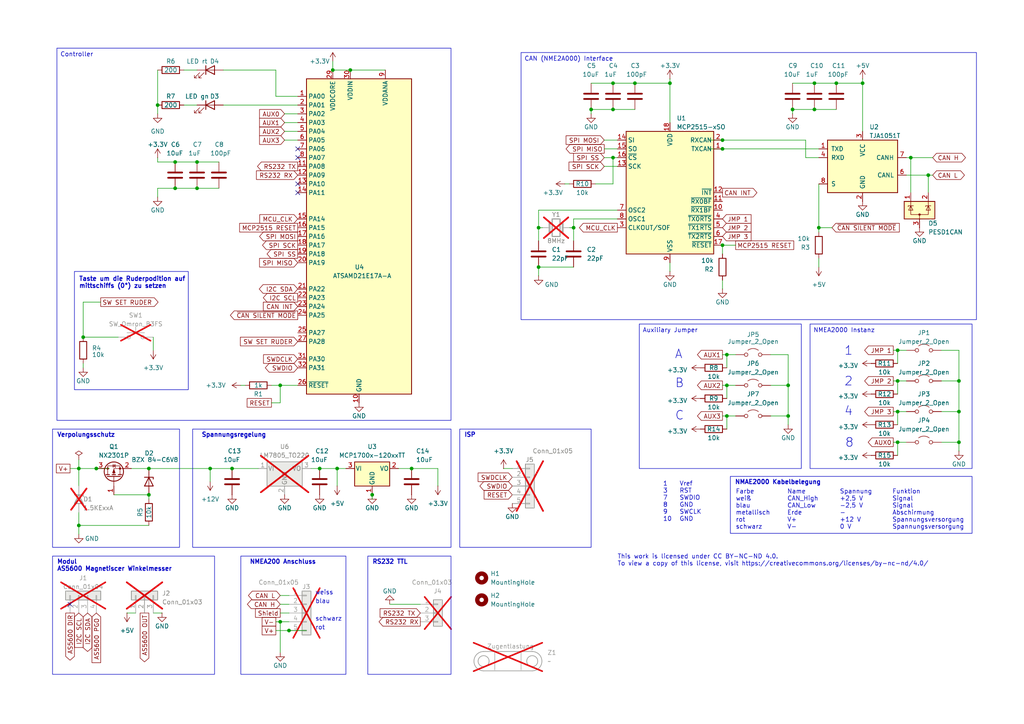
<source format=kicad_sch>
(kicad_sch (version 20250114) (generator "eeschema") (generator_version "9.0")
  (paper "A4")
  (title_block (title "NMEA200 Ruderlagengeber") (date "2024-12-26") (company "DIY Marine Mechatronik"))
  (lib_symbols
    (symbol "Connector_Generic:Conn_01x03" (pin_names (offset 1.016) (hide yes))
      (property "Reference" "J" (at 0 5.08 0))
      (property "Value" "Conn_01x03" (at 0 -5.08 0))
      (symbol "Conn_01x03_1_1"
        (pin passive line (at -5.08 2.54 0) (length 3.81) (name "Pin_1") (number "1"))
        (pin passive line (at -5.08 0 0) (length 3.81) (name "Pin_2") (number "2"))
        (pin passive line (at -5.08 -2.54 0) (length 3.81) (name "Pin_3") (number "3"))
      )
    )
    (symbol "Connector_Generic:Conn_01x04" (pin_names (offset 1.016) (hide yes))
      (property "Reference" "J" (at 0 5.08 0))
      (property "Value" "Conn_01x04" (at 0 -7.62 0))
      (symbol "Conn_01x04_1_1"
        (pin passive line (at -5.08 2.54 0) (length 3.81) (name "Pin_1") (number "1"))
        (pin passive line (at -5.08 0 0) (length 3.81) (name "Pin_2") (number "2"))
        (pin passive line (at -5.08 -2.54 0) (length 3.81) (name "Pin_3") (number "3"))
        (pin passive line (at -5.08 -5.08 0) (length 3.81) (name "Pin_4") (number "4"))
      )
    )
    (symbol "Connector_Generic:Conn_01x05" (pin_names (offset 1.016) (hide yes))
      (property "Reference" "J" (at 0 7.62 0))
      (property "Value" "Conn_01x05" (at 0 -7.62 0))
      (symbol "Conn_01x05_1_1"
        (pin passive line (at -5.08 5.08 0) (length 3.81) (name "Pin_1") (number "1"))
        (pin passive line (at -5.08 2.54 0) (length 3.81) (name "Pin_2") (number "2"))
        (pin passive line (at -5.08 0 0) (length 3.81) (name "Pin_3") (number "3"))
        (pin passive line (at -5.08 -2.54 0) (length 3.81) (name "Pin_4") (number "4"))
        (pin passive line (at -5.08 -5.08 0) (length 3.81) (name "Pin_5") (number "5"))
      )
    )
    (symbol "Device:C" (pin_numbers (hide yes)) (pin_names (offset 0.254))
      (property "Reference" "C" (at 0.635 2.54 0))
      (property "Value" "C" (at 0.635 -2.54 0))
      (symbol "C_1_1"
        (pin passive line (at 0 3.81 270) (length 2.794) (name "~") (number "1"))
        (pin passive line (at 0 -3.81 90) (length 2.794) (name "~") (number "2"))
      )
    )
    (symbol "Device:Crystal" (pin_numbers (hide yes)) (pin_names (offset 1.016) (hide yes))
      (property "Reference" "Y" (at 0 3.81 0))
      (property "Value" "Crystal" (at 0 -3.81 0))
      (symbol "Crystal_1_1"
        (pin passive line (at -3.81 0 0) (length 1.27) (name "1") (number "1"))
        (pin passive line (at 3.81 0 180) (length 1.27) (name "2") (number "2"))
      )
    )
    (symbol "Device:LED" (pin_numbers (hide yes)) (pin_names (offset 1.016) (hide yes))
      (property "Reference" "D" (at 0 2.54 0))
      (property "Value" "LED" (at 0 -2.54 0))
      (symbol "LED_1_1"
        (pin passive line (at -3.81 0 0) (length 2.54) (name "K") (number "1"))
        (pin passive line (at 3.81 0 180) (length 2.54) (name "A") (number "2"))
      )
    )
    (symbol "Device:R" (pin_numbers (hide yes)) (pin_names (offset 0))
      (property "Reference" "R" (at 2.032 0 90))
      (property "Value" "R" (at 0 0 90))
      (symbol "R_1_1"
        (pin passive line (at 0 3.81 270) (length 1.27) (name "~") (number "1"))
        (pin passive line (at 0 -3.81 90) (length 1.27) (name "~") (number "2"))
      )
    )
    (symbol "Diode:1.5KExxA" (pin_numbers (hide yes)) (pin_names (offset 1.016) (hide yes))
      (property "Reference" "D" (at 0 2.54 0))
      (property "Value" "1.5KExxA" (at 0 -2.54 0))
      (symbol "1.5KExxA_1_1"
        (pin passive line (at -3.81 0 0) (length 2.54) (name "A1") (number "1"))
        (pin passive line (at 3.81 0 180) (length 2.54) (name "A2") (number "2"))
      )
    )
    (symbol "Diode:BZX84Cxx" (pin_numbers (hide yes)) (pin_names (hide yes))
      (property "Reference" "D" (at 0 3.81 0))
      (property "Value" "BZX84Cxx" (at 0 -3.81 0))
      (symbol "BZX84Cxx_1_1"
        (pin passive line (at -3.81 0 0) (length 2.54) (name "K") (number "3"))
        (pin no_connect line (at 1.27 0 180) (length 2.54) (hide yes) (name "NC") (number "2"))
        (pin passive line (at 3.81 0 180) (length 2.54) (name "A") (number "1"))
      )
    )
    (symbol "Interface_CAN_LIN:MCP2515-xSO"
      (property "Reference" "U" (at -10.16 19.685 0))
      (property "Value" "MCP2515-xSO" (at 19.05 20.32 0))
      (symbol "MCP2515-xSO_1_1"
        (pin input line (at -15.24 15.24 0) (length 2.54) (name "SI") (number "14"))
        (pin output line (at -15.24 12.7 0) (length 2.54) (name "SO") (number "15"))
        (pin input line (at -15.24 10.16 0) (length 2.54) (name "~{CS}") (number "16"))
        (pin input line (at -15.24 7.62 0) (length 2.54) (name "SCK") (number "13"))
        (pin output line (at -15.24 -5.08 0) (length 2.54) (name "OSC2") (number "7"))
        (pin input line (at -15.24 -7.62 0) (length 2.54) (name "OSC1") (number "8"))
        (pin output line (at -15.24 -10.16 0) (length 2.54) (name "CLKOUT/SOF") (number "3"))
        (pin power_in line (at 0 20.32 270) (length 2.54) (name "VDD") (number "18"))
        (pin power_in line (at 0 -20.32 90) (length 2.54) (name "VSS") (number "9"))
        (pin input line (at 15.24 15.24 180) (length 2.54) (name "RXCAN") (number "2"))
        (pin output line (at 15.24 12.7 180) (length 2.54) (name "TXCAN") (number "1"))
        (pin output line (at 15.24 0 180) (length 2.54) (name "~{INT}") (number "12"))
        (pin output line (at 15.24 -2.54 180) (length 2.54) (name "~{RX0BF}") (number "11"))
        (pin output line (at 15.24 -5.08 180) (length 2.54) (name "~{RX1BF}") (number "10"))
        (pin input line (at 15.24 -7.62 180) (length 2.54) (name "~{TX0RTS}") (number "4"))
        (pin input line (at 15.24 -10.16 180) (length 2.54) (name "~{TX1RTS}") (number "5"))
        (pin input line (at 15.24 -12.7 180) (length 2.54) (name "~{TX2RTS}") (number "6"))
        (pin input line (at 15.24 -15.24 180) (length 2.54) (name "~{RESET}") (number "17"))
      )
    )
    (symbol "Interface_CAN_LIN:TJA1051T" (pin_names (offset 1.016))
      (property "Reference" "U" (at -10.16 8.89 0))
      (property "Value" "TJA1051T" (at 1.27 8.89 0))
      (symbol "TJA1051T_1_1"
        (pin input line (at -12.7 5.08 0) (length 2.54) (name "TXD") (number "1"))
        (pin output line (at -12.7 2.54 0) (length 2.54) (name "RXD") (number "4"))
        (pin input line (at -12.7 -5.08 0) (length 2.54) (name "S") (number "8"))
        (pin no_connect line (at -10.16 -2.54 0) (length 2.54) (hide yes) (name "NC") (number "5"))
        (pin power_in line (at 0 10.16 270) (length 2.54) (name "VCC") (number "3"))
        (pin power_in line (at 0 -10.16 90) (length 2.54) (name "GND") (number "2"))
        (pin bidirectional line (at 12.7 2.54 180) (length 2.54) (name "CANH") (number "7"))
        (pin bidirectional line (at 12.7 -2.54 180) (length 2.54) (name "CANL") (number "6"))
      )
    )
    (symbol "Jumper:Jumper_2_Open" (pin_numbers (hide yes)) (pin_names (offset 0) (hide yes))
      (property "Reference" "JP" (at 0 2.794 0))
      (property "Value" "Jumper_2_Open" (at 0 -2.286 0))
      (symbol "Jumper_2_Open_1_1"
        (pin passive line (at -5.08 0 0) (length 2.54) (name "A") (number "1"))
        (pin passive line (at 5.08 0 180) (length 2.54) (name "B") (number "2"))
      )
    )
    (symbol "MCU_Microchip_SAMD:ATSAMD21E17A-A"
      (property "Reference" "U" (at -13.97 46.99 0))
      (property "Value" "ATSAMD21E17A-A" (at 16.51 46.99 0))
      (symbol "ATSAMD21E17A-A_1_1"
        (pin bidirectional line (at -17.78 40.64 0) (length 2.54) (name "PA00") (number "1"))
        (pin bidirectional line (at -17.78 38.1 0) (length 2.54) (name "PA01") (number "2"))
        (pin bidirectional line (at -17.78 35.56 0) (length 2.54) (name "PA02") (number "3"))
        (pin bidirectional line (at -17.78 33.02 0) (length 2.54) (name "PA03") (number "4"))
        (pin bidirectional line (at -17.78 30.48 0) (length 2.54) (name "PA04") (number "5"))
        (pin bidirectional line (at -17.78 27.94 0) (length 2.54) (name "PA05") (number "6"))
        (pin bidirectional line (at -17.78 25.4 0) (length 2.54) (name "PA06") (number "7"))
        (pin bidirectional line (at -17.78 22.86 0) (length 2.54) (name "PA07") (number "8"))
        (pin bidirectional line (at -17.78 20.32 0) (length 2.54) (name "PA08") (number "11"))
        (pin bidirectional line (at -17.78 17.78 0) (length 2.54) (name "PA09") (number "12"))
        (pin bidirectional line (at -17.78 15.24 0) (length 2.54) (name "PA10") (number "13"))
        (pin bidirectional line (at -17.78 12.7 0) (length 2.54) (name "PA11") (number "14"))
        (pin bidirectional line (at -17.78 5.08 0) (length 2.54) (name "PA14") (number "15"))
        (pin bidirectional line (at -17.78 2.54 0) (length 2.54) (name "PA15") (number "16"))
        (pin bidirectional line (at -17.78 0 0) (length 2.54) (name "PA16") (number "17"))
        (pin bidirectional line (at -17.78 -2.54 0) (length 2.54) (name "PA17") (number "18"))
        (pin bidirectional line (at -17.78 -5.08 0) (length 2.54) (name "PA18") (number "19"))
        (pin bidirectional line (at -17.78 -7.62 0) (length 2.54) (name "PA19") (number "20"))
        (pin bidirectional line (at -17.78 -15.24 0) (length 2.54) (name "PA22") (number "21"))
        (pin bidirectional line (at -17.78 -17.78 0) (length 2.54) (name "PA23") (number "22"))
        (pin bidirectional line (at -17.78 -20.32 0) (length 2.54) (name "PA24") (number "23"))
        (pin bidirectional line (at -17.78 -22.86 0) (length 2.54) (name "PA25") (number "24"))
        (pin bidirectional line (at -17.78 -27.94 0) (length 2.54) (name "PA27") (number "25"))
        (pin bidirectional line (at -17.78 -30.48 0) (length 2.54) (name "PA28") (number "27"))
        (pin bidirectional line (at -17.78 -35.56 0) (length 2.54) (name "PA30") (number "31"))
        (pin bidirectional line (at -17.78 -38.1 0) (length 2.54) (name "PA31") (number "32"))
        (pin input line (at -17.78 -43.18 0) (length 2.54) (name "~{RESET}") (number "26"))
        (pin power_out line (at -7.62 48.26 270) (length 2.54) (name "VDDCORE") (number "29"))
        (pin power_in line (at -2.54 48.26 270) (length 2.54) (name "VDDIN") (number "30"))
        (pin power_in line (at 0 -48.26 90) (length 2.54) (name "GND") (number "10"))
        (pin passive line (at 0 -48.26 90) (length 2.54) (hide yes) (name "GND") (number "28"))
        (pin power_in line (at 7.62 48.26 270) (length 2.54) (name "VDDANA") (number "9"))
      )
    )
    (symbol "Mechanical:MountingHole" (pin_names (offset 1.016)) (in_bom no)
      (property "Reference" "H" (at 0 5.08 0))
      (property "Value" "MountingHole" (at 0 3.175 0))
    )
    (symbol "Power_Protection:SP0502BAHT" (pin_names (hide yes))
      (property "Reference" "D" (at 5.715 2.54 0))
      (property "Value" "SP0502BAHT" (at 5.715 0.635 0))
      (symbol "SP0502BAHT_0_0"
        (pin passive line (at 0 -5.08 90) (length 2.54) (name "A") (number "3"))
      )
      (symbol "SP0502BAHT_1_1"
        (pin passive line (at -2.54 5.08 270) (length 2.54) (name "K") (number "1"))
        (pin passive line (at 2.54 5.08 270) (length 2.54) (name "K") (number "2"))
      )
    )
    (symbol "Regulator_Linear:LM7805_TO220" (pin_names (offset 0.254))
      (property "Reference" "U" (at -3.81 3.175 0))
      (property "Value" "LM7805_TO220" (at 0 3.175 0))
      (symbol "LM7805_TO220_1_1"
        (pin power_in line (at -7.62 0 0) (length 2.54) (name "VI") (number "1"))
        (pin power_in line (at 0 -7.62 90) (length 2.54) (name "GND") (number "2"))
        (pin power_out line (at 7.62 0 180) (length 2.54) (name "VO") (number "3"))
      )
    )
    (symbol "Regulator_Linear:MCP1700x-120xxTT" (pin_names (offset 0.254))
      (property "Reference" "U" (at -3.81 3.175 0))
      (property "Value" "MCP1700x-120xxTT" (at 0 3.175 0))
      (symbol "MCP1700x-120xxTT_1_1"
        (pin power_in line (at -7.62 0 0) (length 2.54) (name "VI") (number "3"))
        (pin power_in line (at 0 -7.62 90) (length 2.54) (name "GND") (number "1"))
        (pin power_out line (at 7.62 0 180) (length 2.54) (name "VO") (number "2"))
      )
    )
    (symbol "Switch:SW_Omron_B3FS" (pin_numbers (hide yes)) (pin_names (offset 1.016) (hide yes))
      (property "Reference" "SW" (at 1.27 2.54 0))
      (property "Value" "SW_Omron_B3FS" (at 0 -1.524 0))
      (symbol "SW_Omron_B3FS_0_1"
        (pin passive line (at -5.08 0 0) (length 2.54) (name "1") (number "1"))
        (pin passive line (at 5.08 0 180) (length 2.54) (name "2") (number "2"))
      )
    )
    (symbol "Transistor_FET:DMG2301L" (pin_names (hide yes))
      (property "Reference" "Q" (at 5.08 1.905 0))
      (property "Value" "DMG2301L" (at 5.08 0 0))
      (symbol "DMG2301L_1_1"
        (pin input line (at -5.08 0 0) (length 2.54) (name "G") (number "1"))
        (pin passive line (at 2.54 5.08 270) (length 2.54) (name "D") (number "3"))
        (pin passive line (at 2.54 -5.08 90) (length 2.54) (name "S") (number "2"))
      )
    )
    (symbol "Zugentlastung:KZU" (pin_numbers (hide yes)) (pin_names (offset 0) (hide yes))
      (property "Reference" "Z" (at 0 0 0))
      (symbol "KZU_1_1"
        (text "Zugentlastung" (at 0.762 4.318 0) (effects (font (size 1.27 1.27))))
      )
    )
    (symbol "power:+12V" (power) (pin_numbers (hide yes)) (pin_names (offset 0) (hide yes))
      (property "Value" "+12V" (at 0 3.556 0))
      (symbol "+12V_1_1"
        (pin power_in line (at 0 0 90) (length 0) (name "~") (number "1"))
      )
    )
    (symbol "power:+3.3V" (power) (pin_numbers (hide yes)) (pin_names (offset 0) (hide yes))
      (property "Value" "+3.3V" (at 0 3.556 0))
      (symbol "+3.3V_1_1"
        (pin power_in line (at 0 0 90) (length 0) (name "~") (number "1"))
      )
    )
    (symbol "power:+5V" (power) (pin_numbers (hide yes)) (pin_names (offset 0) (hide yes))
      (property "Value" "+5V" (at 0 3.556 0))
      (symbol "+5V_1_1"
        (pin power_in line (at 0 0 90) (length 0) (name "~") (number "1"))
      )
    )
    (symbol "power:GND" (power) (pin_numbers (hide yes)) (pin_names (offset 0) (hide yes))
      (property "Value" "GND" (at 0 -3.81 0))
      (symbol "GND_1_1"
        (pin power_in line (at 0 0 270) (length 0) (name "~") (number "1"))
      )
    )
    (symbol "power:PWR_FLAG" (power) (pin_numbers (hide yes)) (pin_names (offset 0) (hide yes))
      (property "Value" "PWR_FLAG" (at 0 3.81 0))
      (symbol "PWR_FLAG_0_0"
        (pin power_out line (at 0 0 90) (length 0) (name "~") (number "1"))
      )
    )
  )
  (rectangle (start 133.35 124.46) (end 171.45 158.75))
  (rectangle (start 55.88 124.46) (end 130.81 158.75))
  (rectangle (start 21.59 78.74) (end 54.61 113.03))
  (rectangle (start 15.24 124.46) (end 52.07 158.75))
  (rectangle (start 69.85 161.29) (end 100.33 195.58))
  (rectangle (start 211.836 138.176) (end 281.94 154.686))
  (rectangle (start 15.24 161.29) (end 62.23 195.58))
  (rectangle (start 106.68 161.29) (end 130.81 195.58))
  (text "4" (at 246.126 119.38 0) (effects (font (size 2.54 2.54) (thickness 0.1588))))
  (text "weiss" (at 91.44 172.72 0) (effects (font (size 1.27 1.27)) (justify left bottom)))
  (text "rot" (at 91.44 182.88 0) (effects (font (size 1.27 1.27)) (justify left bottom)))
  (text "1	Vref\n3	RST\n7	SWDIO\n8	GND\n9	SWCLK\n10	GND\n" (at 192.278 145.542 0) (effects (font (size 1.27 1.27)) (justify left)))
  (text "Taste um die Ruderpodition auf\nmittschiffs (0°) zu setzen" (at 22.86 83.82 0) (effects (font (size 1.27 1.27) (bold yes)) (justify left bottom)))
  (text "2" (at 246.126 110.744 0) (effects (font (size 2.54 2.54) (thickness 0.1588))))
  (text "Spannungsregelung\n" (at 58.42 127 0) (effects (font (size 1.27 1.27) (thickness 0.254) (bold yes)) (justify left bottom)))
  (text "This work is licensed under CC BY-NC-ND 4.0.\nTo view a copy of this license, visit https://creativecommons.org/licenses/by-nc-nd/4.0/" (at 179.07 164.338 0) (effects (font (size 1.27 1.27)) (justify left bottom)))
  (text "ISP" (at 134.62 127 0) (effects (font (size 1.27 1.27) (bold yes)) (justify left bottom)))
  (text "C" (at 197.104 120.65 0) (effects (font (size 2.54 2.54) (thickness 0.1588))))
  (text "NMAE2000 Kabelbelegung" (at 213.106 140.716 0) (effects (font (size 1.27 1.27) (bold yes)) (justify left bottom)))
  (text "NMEA200 Anschluss" (at 72.39 163.83 0) (effects (font (size 1.27 1.27) (bold yes)) (justify left bottom)))
  (text "B" (at 197.104 111.252 0) (effects (font (size 2.54 2.54) (thickness 0.1588))))
  (text "schwarz" (at 91.44 180.34 0) (effects (font (size 1.27 1.27)) (justify left bottom)))
  (text "1" (at 246.126 101.854 0) (effects (font (size 2.54 2.54) (thickness 0.1588))))
  (text "A" (at 196.85 102.87 0) (effects (font (size 2.54 2.54) (thickness 0.1588))))
  (text "8" (at 246.38 128.524 0) (effects (font (size 2.54 2.54) (thickness 0.1588))))
  (text "blau" (at 91.44 175.26 0) (effects (font (size 1.27 1.27)) (justify left bottom)))
  (text "Farbe 		Name 		Spannung 	Funktion\nweiß 		CAN_High 	+2,5 V 		Signal\nblau 		CAN_Low 	−2,5 V 		Signal\nmetallisch 	Erde 		- 			Abschirmung\nrot 		V+ 			+12 V 		Spannungsversorgung\nschwarz 	V− 			0 V 		Spannungsversorgung" (at 213.36 153.67 0) (effects (font (size 1.27 1.27)) (justify left bottom)))
  (text "RS232 TTL" (at 107.95 163.83 0) (effects (font (size 1.27 1.27) (bold yes)) (justify left bottom)))
  (text "Modul\nAS5600 Magnetiscer Winkelmesser" (at 16.51 165.862 0) (effects (font (size 1.27 1.27) (thickness 0.254) (bold yes)) (justify left bottom)))
  (text "Verpolungsschutz" (at 16.51 127 0) (effects (font (size 1.27 1.27) (thickness 0.254) (bold yes)) (justify left bottom)))
  (text_box "Controller" (at 16.51 13.97 0) (size 114.3 107.95) (margins 0.9525 0.9525 0.9525 0.9525) (effects (font (size 1.27 1.27)) (justify left top)))
  (text_box "NMEA2000 Instanz" (at 234.95 93.98 0) (size 46.99 41.91) (margins 0.9525 0.9525 0.9525 0.9525) (effects (font (size 1.27 1.27)) (justify left top)))
  (text_box "Auxiliary Jumper" (at 185.42 93.98 0) (size 46.99 41.91) (margins 0.9525 0.9525 0.9525 0.9525) (effects (font (size 1.27 1.27)) (justify left top)))
  (text_box "CAN (NME2A000) Interface" (at 151.13 15.24 0) (size 132.08 77.47) (margins 0.9525 0.9525 0.9525 0.9525) (effects (font (size 1.27 1.27)) (justify left top)))
  (junction (at 57.15 54.61))
  (junction (at 209.55 40.64))
  (junction (at 81.28 180.34))
  (junction (at 228.6 120.65))
  (junction (at 50.8 54.61))
  (junction (at 209.55 71.12))
  (junction (at 177.8 31.75))
  (junction (at 156.21 66.04))
  (junction (at 156.21 77.47))
  (junction (at 101.6 20.32))
  (junction (at 260.35 101.6))
  (junction (at 264.16 45.72))
  (junction (at 24.13 97.79))
  (junction (at 119.38 135.89))
  (junction (at 184.15 24.13))
  (junction (at 171.45 31.75))
  (junction (at 57.15 46.99))
  (junction (at 67.31 135.89))
  (junction (at 45.72 30.48))
  (junction (at 210.82 102.87))
  (junction (at 194.31 24.13))
  (junction (at 97.79 135.89))
  (junction (at 43.18 135.89))
  (junction (at 236.22 24.13))
  (junction (at 210.82 111.76))
  (junction (at 242.57 24.13))
  (junction (at 107.95 143.51))
  (junction (at 209.55 43.18))
  (junction (at 236.22 31.75))
  (junction (at 27.94 135.89))
  (junction (at 22.86 152.4))
  (junction (at 228.6 111.76))
  (junction (at 278.13 119.38))
  (junction (at 237.49 66.04))
  (junction (at 96.52 20.32))
  (junction (at 260.35 110.49))
  (junction (at 50.8 46.99))
  (junction (at 166.37 66.04))
  (junction (at 43.18 143.51))
  (junction (at 250.19 24.13))
  (junction (at 269.24 50.8))
  (junction (at 22.86 135.89))
  (junction (at 60.96 135.89))
  (junction (at 278.13 110.49))
  (junction (at 229.87 31.75))
  (junction (at 260.35 119.38))
  (junction (at 83.82 182.88))
  (junction (at 210.82 120.65))
  (junction (at 260.35 128.27))
  (junction (at 81.28 111.76))
  (junction (at 278.13 128.27))
  (junction (at 92.71 135.89))
  (junction (at 177.8 24.13))
  (junction (at 177.8 45.72))
  (no_connect (at 20.32 175.26))
  (no_connect (at 86.36 53.34))
  (no_connect (at 86.36 43.18))
  (no_connect (at 86.36 45.72))
  (no_connect (at 86.36 55.88))
  (wire (pts (xy 165.1 66.04) (xy 166.37 66.04)))
  (wire (pts (xy 236.22 31.75) (xy 242.57 31.75)))
  (wire (pts (xy 262.89 50.8) (xy 269.24 50.8)))
  (wire (pts (xy 45.72 46.99) (xy 45.72 45.72)))
  (wire (pts (xy 146.05 135.89) (xy 148.59 135.89)))
  (wire (pts (xy 81.28 111.76) (xy 86.36 111.76)))
  (wire (pts (xy 24.13 97.79) (xy 34.29 97.79)))
  (wire (pts (xy 81.28 175.26) (xy 83.82 175.26)))
  (wire (pts (xy 64.77 30.48) (xy 86.36 30.48)))
  (wire (pts (xy 269.24 50.8) (xy 269.24 55.88)))
  (wire (pts (xy 57.15 54.61) (xy 63.5 54.61)))
  (wire (pts (xy 273.05 119.38) (xy 278.13 119.38)))
  (wire (pts (xy 156.21 80.01) (xy 156.21 77.47)))
  (wire (pts (xy 82.55 38.1) (xy 86.36 38.1)))
  (wire (pts (xy 259.08 128.27) (xy 260.35 128.27)))
  (wire (pts (xy 24.13 106.68) (xy 24.13 105.41)))
  (wire (pts (xy 179.07 60.96) (xy 156.21 60.96)))
  (wire (pts (xy 22.86 152.4) (xy 43.18 152.4)))
  (wire (pts (xy 107.95 143.51) (xy 107.95 144.78)))
  (wire (pts (xy 53.34 20.32) (xy 57.15 20.32)))
  (wire (pts (xy 22.86 135.89) (xy 22.86 140.97)))
  (wire (pts (xy 33.02 143.51) (xy 43.18 143.51)))
  (wire (pts (xy 175.26 40.64) (xy 179.07 40.64)))
  (wire (pts (xy 81.28 177.8) (xy 83.82 177.8)))
  (wire (pts (xy 22.86 152.4) (xy 22.86 148.59)))
  (wire (pts (xy 80.01 182.88) (xy 83.82 182.88)))
  (wire (pts (xy 237.49 66.04) (xy 241.3 66.04)))
  (wire (pts (xy 81.28 180.34) (xy 83.82 180.34)))
  (wire (pts (xy 194.31 24.13) (xy 194.31 35.56)))
  (wire (pts (xy 22.86 133.35) (xy 22.86 135.89)))
  (wire (pts (xy 264.16 45.72) (xy 264.16 55.88)))
  (wire (pts (xy 171.45 31.75) (xy 171.45 33.02)))
  (wire (pts (xy 38.1 135.89) (xy 43.18 135.89)))
  (wire (pts (xy 82.55 33.02) (xy 86.36 33.02)))
  (wire (pts (xy 90.17 135.89) (xy 92.71 135.89)))
  (wire (pts (xy 179.07 63.5) (xy 166.37 63.5)))
  (wire (pts (xy 278.13 101.6) (xy 278.13 110.49)))
  (wire (pts (xy 97.79 135.89) (xy 100.33 135.89)))
  (wire (pts (xy 209.55 40.64) (xy 233.68 40.64)))
  (wire (pts (xy 209.55 43.18) (xy 237.49 43.18)))
  (wire (pts (xy 64.77 20.32) (xy 80.01 20.32)))
  (wire (pts (xy 228.6 120.65) (xy 228.6 123.19)))
  (wire (pts (xy 269.24 50.8) (xy 270.51 50.8)))
  (wire (pts (xy 177.8 24.13) (xy 184.15 24.13)))
  (wire (pts (xy 44.45 101.6) (xy 44.45 97.79)))
  (wire (pts (xy 171.45 24.13) (xy 177.8 24.13)))
  (wire (pts (xy 86.36 27.94) (xy 80.01 27.94)))
  (wire (pts (xy 205.74 40.64) (xy 209.55 40.64)))
  (wire (pts (xy 237.49 66.04) (xy 237.49 67.31)))
  (wire (pts (xy 259.08 110.49) (xy 260.35 110.49)))
  (wire (pts (xy 156.21 77.47) (xy 166.37 77.47)))
  (wire (pts (xy 127 135.89) (xy 127 140.97)))
  (wire (pts (xy 210.82 111.76) (xy 210.82 115.57)))
  (wire (pts (xy 210.82 102.87) (xy 210.82 106.68)))
  (wire (pts (xy 260.35 128.27) (xy 260.35 132.08)))
  (wire (pts (xy 69.85 111.76) (xy 71.12 111.76)))
  (wire (pts (xy 53.34 30.48) (xy 57.15 30.48)))
  (wire (pts (xy 45.72 30.48) (xy 45.72 33.02)))
  (wire (pts (xy 210.82 102.87) (xy 213.36 102.87)))
  (wire (pts (xy 119.38 135.89) (xy 115.57 135.89)))
  (wire (pts (xy 209.55 102.87) (xy 210.82 102.87)))
  (wire (pts (xy 273.05 128.27) (xy 278.13 128.27)))
  (wire (pts (xy 209.55 81.28) (xy 209.55 83.82)))
  (wire (pts (xy 260.35 101.6) (xy 260.35 105.41)))
  (wire (pts (xy 57.15 46.99) (xy 63.5 46.99)))
  (wire (pts (xy 175.26 43.18) (xy 179.07 43.18)))
  (wire (pts (xy 209.55 120.65) (xy 210.82 120.65)))
  (wire (pts (xy 43.18 135.89) (xy 60.96 135.89)))
  (wire (pts (xy 177.8 45.72) (xy 177.8 53.34)))
  (wire (pts (xy 194.31 76.2) (xy 194.31 78.74)))
  (wire (pts (xy 229.87 24.13) (xy 236.22 24.13)))
  (wire (pts (xy 237.49 74.93) (xy 237.49 77.47)))
  (wire (pts (xy 81.28 172.72) (xy 83.82 172.72)))
  (wire (pts (xy 67.31 135.89) (xy 74.93 135.89)))
  (wire (pts (xy 22.86 154.94) (xy 22.86 152.4)))
  (wire (pts (xy 80.01 27.94) (xy 80.01 20.32)))
  (wire (pts (xy 67.31 135.89) (xy 60.96 135.89)))
  (wire (pts (xy 24.13 87.63) (xy 29.21 87.63)))
  (wire (pts (xy 210.82 120.65) (xy 210.82 124.46)))
  (wire (pts (xy 223.52 120.65) (xy 228.6 120.65)))
  (wire (pts (xy 262.89 45.72) (xy 264.16 45.72)))
  (wire (pts (xy 96.52 20.32) (xy 96.52 17.78)))
  (wire (pts (xy 259.08 101.6) (xy 260.35 101.6)))
  (wire (pts (xy 229.87 31.75) (xy 229.87 33.02)))
  (wire (pts (xy 78.74 116.84) (xy 81.28 116.84)))
  (wire (pts (xy 278.13 110.49) (xy 278.13 119.38)))
  (wire (pts (xy 250.19 24.13) (xy 250.19 38.1)))
  (wire (pts (xy 177.8 45.72) (xy 179.07 45.72)))
  (wire (pts (xy 166.37 69.85) (xy 166.37 66.04)))
  (wire (pts (xy 97.79 135.89) (xy 97.79 140.97)))
  (wire (pts (xy 175.26 45.72) (xy 177.8 45.72)))
  (wire (pts (xy 78.74 111.76) (xy 81.28 111.76)))
  (wire (pts (xy 57.15 54.61) (xy 50.8 54.61)))
  (wire (pts (xy 223.52 111.76) (xy 228.6 111.76)))
  (wire (pts (xy 22.86 135.89) (xy 27.94 135.89)))
  (wire (pts (xy 45.72 20.32) (xy 45.72 30.48)))
  (wire (pts (xy 45.72 54.61) (xy 50.8 54.61)))
  (wire (pts (xy 36.83 177.8) (xy 39.37 177.8)))
  (wire (pts (xy 113.03 175.26) (xy 121.92 175.26)))
  (wire (pts (xy 205.74 43.18) (xy 209.55 43.18)))
  (wire (pts (xy 209.55 111.76) (xy 210.82 111.76)))
  (wire (pts (xy 31.75 135.89) (xy 27.94 135.89)))
  (wire (pts (xy 60.96 135.89) (xy 60.96 139.7)))
  (wire (pts (xy 156.21 60.96) (xy 156.21 66.04)))
  (wire (pts (xy 273.05 110.49) (xy 278.13 110.49)))
  (wire (pts (xy 210.82 120.65) (xy 213.36 120.65)))
  (wire (pts (xy 233.68 45.72) (xy 237.49 45.72)))
  (wire (pts (xy 171.45 31.75) (xy 177.8 31.75)))
  (wire (pts (xy 223.52 102.87) (xy 228.6 102.87)))
  (wire (pts (xy 43.18 143.51) (xy 43.18 144.78)))
  (wire (pts (xy 184.15 24.13) (xy 194.31 24.13)))
  (wire (pts (xy 175.26 48.26) (xy 179.07 48.26)))
  (wire (pts (xy 81.28 180.34) (xy 81.28 189.23)))
  (wire (pts (xy 229.87 31.75) (xy 236.22 31.75)))
  (wire (pts (xy 264.16 45.72) (xy 270.51 45.72)))
  (wire (pts (xy 209.55 71.12) (xy 209.55 73.66)))
  (wire (pts (xy 259.08 119.38) (xy 260.35 119.38)))
  (wire (pts (xy 242.57 24.13) (xy 250.19 24.13)))
  (wire (pts (xy 177.8 31.75) (xy 184.15 31.75)))
  (wire (pts (xy 24.13 97.79) (xy 24.13 87.63)))
  (wire (pts (xy 96.52 20.32) (xy 101.6 20.32)))
  (wire (pts (xy 260.35 128.27) (xy 262.89 128.27)))
  (wire (pts (xy 50.8 46.99) (xy 45.72 46.99)))
  (wire (pts (xy 156.21 69.85) (xy 156.21 66.04)))
  (wire (pts (xy 45.72 54.61) (xy 45.72 57.15)))
  (wire (pts (xy 194.31 22.86) (xy 194.31 24.13)))
  (wire (pts (xy 260.35 119.38) (xy 260.35 123.19)))
  (wire (pts (xy 278.13 119.38) (xy 278.13 128.27)))
  (wire (pts (xy 177.8 53.34) (xy 172.72 53.34)))
  (wire (pts (xy 20.32 135.89) (xy 22.86 135.89)))
  (wire (pts (xy 233.68 40.64) (xy 233.68 45.72)))
  (wire (pts (xy 210.82 111.76) (xy 213.36 111.76)))
  (wire (pts (xy 260.35 110.49) (xy 260.35 114.3)))
  (wire (pts (xy 82.55 35.56) (xy 86.36 35.56)))
  (wire (pts (xy 46.99 177.8) (xy 44.45 177.8)))
  (wire (pts (xy 237.49 53.34) (xy 237.49 66.04)))
  (wire (pts (xy 156.21 66.04) (xy 157.48 66.04)))
  (wire (pts (xy 209.55 71.12) (xy 213.36 71.12)))
  (wire (pts (xy 163.83 53.34) (xy 165.1 53.34)))
  (wire (pts (xy 80.01 180.34) (xy 81.28 180.34)))
  (wire (pts (xy 228.6 111.76) (xy 228.6 120.65)))
  (wire (pts (xy 260.35 119.38) (xy 262.89 119.38)))
  (wire (pts (xy 119.38 135.89) (xy 127 135.89)))
  (wire (pts (xy 260.35 101.6) (xy 262.89 101.6)))
  (wire (pts (xy 101.6 20.32) (xy 111.76 20.32)))
  (wire (pts (xy 273.05 101.6) (xy 278.13 101.6)))
  (wire (pts (xy 260.35 110.49) (xy 262.89 110.49)))
  (wire (pts (xy 166.37 63.5) (xy 166.37 66.04)))
  (wire (pts (xy 82.55 40.64) (xy 86.36 40.64)))
  (wire (pts (xy 92.71 135.89) (xy 97.79 135.89)))
  (wire (pts (xy 81.28 116.84) (xy 81.28 111.76)))
  (wire (pts (xy 250.19 22.86) (xy 250.19 24.13)))
  (wire (pts (xy 236.22 24.13) (xy 242.57 24.13)))
  (wire (pts (xy 228.6 102.87) (xy 228.6 111.76)))
  (wire (pts (xy 88.9 182.88) (xy 83.82 182.88)))
  (wire (pts (xy 50.8 46.99) (xy 57.15 46.99)))
  (wire (pts (xy 278.13 128.27) (xy 278.13 130.81)))
  (global_label "SPI MOSI" (shape input) (at 175.26 40.64 180) (property "Intersheetrefs" "${INTERSHEET_REFS}" (effects (hide yes))))
  (global_label "V+" (shape passive) (at 80.01 182.88 180) (property "Intersheetrefs" "${INTERSHEET_REFS}" (effects (hide yes))))
  (global_label "SWDIO" (shape bidirectional) (at 148.59 140.97 180) (property "Intersheetrefs" "${INTERSHEET_REFS}" (effects (hide yes))))
  (global_label "SPI MISO" (shape input) (at 86.36 76.2 180) (property "Intersheetrefs" "${INTERSHEET_REFS}" (effects (hide yes))))
  (global_label "V-" (shape passive) (at 80.01 180.34 180) (property "Intersheetrefs" "${INTERSHEET_REFS}" (effects (hide yes))))
  (global_label "SPI SCK" (shape input) (at 175.26 48.26 180) (property "Intersheetrefs" "${INTERSHEET_REFS}" (effects (hide yes))))
  (global_label "CAN L" (shape bidirectional) (at 81.28 172.72 180) (property "Intersheetrefs" "${INTERSHEET_REFS}" (effects (hide yes))))
  (global_label "RS232 RX" (shape output) (at 121.92 180.34 180) (property "Intersheetrefs" "${INTERSHEET_REFS}" (effects (hide yes))))
  (global_label "~{CAN SILENT MODE}" (shape input) (at 241.3 66.04 0) (property "Intersheetrefs" "${INTERSHEET_REFS}" (effects (hide yes))))
  (global_label "~{CAN SILENT MODE}" (shape output) (at 86.36 91.44 180) (property "Intersheetrefs" "${INTERSHEET_REFS}" (effects (hide yes))))
  (global_label "AUX2" (shape output) (at 209.55 111.76 180) (property "Intersheetrefs" "${INTERSHEET_REFS}" (effects (hide yes))))
  (global_label "RS232 RX" (shape input) (at 86.36 50.8 180) (property "Intersheetrefs" "${INTERSHEET_REFS}" (effects (hide yes))))
  (global_label "CAN L" (shape bidirectional) (at 270.51 50.8 0) (property "Intersheetrefs" "${INTERSHEET_REFS}" (effects (hide yes))))
  (global_label "I2C SDA" (shape bidirectional) (at 25.4 177.8 270) (property "Intersheetrefs" "${INTERSHEET_REFS}" (effects (hide yes))))
  (global_label "SWDIO" (shape bidirectional) (at 86.36 106.68 180) (property "Intersheetrefs" "${INTERSHEET_REFS}" (effects (hide yes))))
  (global_label "SPI MISO" (shape output) (at 175.26 43.18 180) (property "Intersheetrefs" "${INTERSHEET_REFS}" (effects (hide yes))))
  (global_label "JMP 2" (shape output) (at 259.08 110.49 180) (property "Intersheetrefs" "${INTERSHEET_REFS}" (effects (hide yes))))
  (global_label "JMP 3" (shape output) (at 259.08 119.38 180) (property "Intersheetrefs" "${INTERSHEET_REFS}" (effects (hide yes))))
  (global_label "MCU_CLK" (shape input) (at 86.36 63.5 180) (property "Intersheetrefs" "${INTERSHEET_REFS}" (effects (hide yes))))
  (global_label "RESET" (shape passive) (at 78.74 116.84 180) (property "Intersheetrefs" "${INTERSHEET_REFS}" (effects (hide yes))))
  (global_label "MCP2515 RESET" (shape passive) (at 86.36 66.04 180) (property "Intersheetrefs" "${INTERSHEET_REFS}" (effects (hide yes))))
  (global_label "AUX1" (shape input) (at 82.55 35.56 180) (property "Intersheetrefs" "${INTERSHEET_REFS}" (effects (hide yes))))
  (global_label "AS5600 OUT" (shape output) (at 41.91 177.8 270) (property "Intersheetrefs" "${INTERSHEET_REFS}" (effects (hide yes))))
  (global_label "SPI SS" (shape input) (at 175.26 45.72 180) (property "Intersheetrefs" "${INTERSHEET_REFS}" (effects (hide yes))))
  (global_label "JMP 3" (shape input) (at 209.55 68.58 0) (property "Intersheetrefs" "${INTERSHEET_REFS}" (effects (hide yes))))
  (global_label "SPI SS" (shape output) (at 86.36 73.66 180) (property "Intersheetrefs" "${INTERSHEET_REFS}" (effects (hide yes))))
  (global_label "SPI MOSI" (shape output) (at 86.36 68.58 180) (property "Intersheetrefs" "${INTERSHEET_REFS}" (effects (hide yes))))
  (global_label "I2C SCL" (shape output) (at 86.36 86.36 180) (property "Intersheetrefs" "${INTERSHEET_REFS}" (effects (hide yes))))
  (global_label "AUX0" (shape input) (at 82.55 33.02 180) (property "Intersheetrefs" "${INTERSHEET_REFS}" (effects (hide yes))))
  (global_label "JMP 1" (shape output) (at 259.08 101.6 180) (property "Intersheetrefs" "${INTERSHEET_REFS}" (effects (hide yes))))
  (global_label "CAN INT" (shape output) (at 209.55 55.88 0) (property "Intersheetrefs" "${INTERSHEET_REFS}" (effects (hide yes))))
  (global_label "SWDCLK" (shape input) (at 148.59 138.43 180) (property "Intersheetrefs" "${INTERSHEET_REFS}" (effects (hide yes))))
  (global_label "CAN INT" (shape input) (at 86.36 88.9 180) (property "Intersheetrefs" "${INTERSHEET_REFS}" (effects (hide yes))))
  (global_label "AUX2" (shape input) (at 82.55 38.1 180) (property "Intersheetrefs" "${INTERSHEET_REFS}" (effects (hide yes))))
  (global_label "AS5600 DIR" (shape output) (at 20.32 177.8 270) (property "Intersheetrefs" "${INTERSHEET_REFS}" (effects (hide yes))))
  (global_label "JMP 2" (shape input) (at 209.55 66.04 0) (property "Intersheetrefs" "${INTERSHEET_REFS}" (effects (hide yes))))
  (global_label "Shield" (shape passive) (at 81.28 177.8 180) (property "Intersheetrefs" "${INTERSHEET_REFS}" (effects (hide yes))))
  (global_label "SPI SCK" (shape output) (at 86.36 71.12 180) (property "Intersheetrefs" "${INTERSHEET_REFS}" (effects (hide yes))))
  (global_label "AUX3" (shape output) (at 209.55 120.65 180) (property "Intersheetrefs" "${INTERSHEET_REFS}" (effects (hide yes))))
  (global_label "AUX0" (shape output) (at 259.08 128.27 180) (property "Intersheetrefs" "${INTERSHEET_REFS}" (effects (hide yes))))
  (global_label "JMP 1" (shape input) (at 209.55 63.5 0) (property "Intersheetrefs" "${INTERSHEET_REFS}" (effects (hide yes))))
  (global_label "V+" (shape passive) (at 20.32 135.89 180) (property "Intersheetrefs" "${INTERSHEET_REFS}" (effects (hide yes))))
  (global_label "SW SET RUDER" (shape input) (at 86.36 99.06 180) (property "Intersheetrefs" "${INTERSHEET_REFS}" (effects (hide yes))))
  (global_label "MCU_CLK" (shape output) (at 179.07 66.04 180) (property "Intersheetrefs" "${INTERSHEET_REFS}" (effects (hide yes))))
  (global_label "AUX3" (shape input) (at 82.55 40.64 180) (property "Intersheetrefs" "${INTERSHEET_REFS}" (effects (hide yes))))
  (global_label "CAN H" (shape bidirectional) (at 270.51 45.72 0) (property "Intersheetrefs" "${INTERSHEET_REFS}" (effects (hide yes))))
  (global_label "RESET" (shape input) (at 148.59 143.51 180) (property "Intersheetrefs" "${INTERSHEET_REFS}" (effects (hide yes))))
  (global_label "RS232 TX" (shape input) (at 121.92 177.8 180) (property "Intersheetrefs" "${INTERSHEET_REFS}" (effects (hide yes))))
  (global_label "SW SET RUDER" (shape output) (at 29.21 87.63 0) (property "Intersheetrefs" "${INTERSHEET_REFS}" (effects (hide yes))))
  (global_label "MCP2515 RESET" (shape passive) (at 213.36 71.12 0) (property "Intersheetrefs" "${INTERSHEET_REFS}" (effects (hide yes))))
  (global_label "CAN H" (shape bidirectional) (at 81.28 175.26 180) (property "Intersheetrefs" "${INTERSHEET_REFS}" (effects (hide yes))))
  (global_label "SWDCLK" (shape input) (at 86.36 104.14 180) (property "Intersheetrefs" "${INTERSHEET_REFS}" (effects (hide yes))))
  (global_label "AUX1" (shape output) (at 209.55 102.87 180) (property "Intersheetrefs" "${INTERSHEET_REFS}" (effects (hide yes))))
  (global_label "I2C SDA" (shape bidirectional) (at 86.36 83.82 180) (property "Intersheetrefs" "${INTERSHEET_REFS}" (effects (hide yes))))
  (global_label "AS5600 PGO" (shape input) (at 27.94 177.8 270) (property "Intersheetrefs" "${INTERSHEET_REFS}" (effects (hide yes))))
  (global_label "I2C SCL" (shape input) (at 22.86 177.8 270) (property "Intersheetrefs" "${INTERSHEET_REFS}" (effects (hide yes))))
  (global_label "RS232 TX" (shape output) (at 86.36 48.26 180) (property "Intersheetrefs" "${INTERSHEET_REFS}" (effects (hide yes))))
  (symbol (lib_id "Device:C") (at 63.5 50.8 0) (unit 1)
    (property "Reference" "C8" (at 62.23 41.91 0) (effects (justify left)))
    (property "Value" "100pF" (at 60.96 44.45 0) (effects (justify left)))
    (property "Footprint" "Capacitor_SMD:C_0805_2012Metric" (effects (hide yes)))
    (property "Description" "Unpolarized capacitor" (effects (hide yes)))
    (property "LCSC" "C9900195991" (effects (hide yes)))
  )
  (symbol (lib_id "Device:R") (at 168.91 53.34 90) (unit 1)
    (property "Reference" "R10" (at 168.91 53.34 90))
    (property "Value" "10k" (at 168.91 55.88 90))
    (property "Footprint" "Resistor_SMD:R_0805_2012Metric" (effects (hide yes)))
    (property "Description" "Resistor" (effects (hide yes)))
    (property "LCSC" "C9900234692" (effects (hide yes)))
  )
  (symbol (lib_id "Device:LED") (at 60.96 30.48 0) (unit 1)
    (property "Reference" "D3" (at 62.23 27.94 0))
    (property "Value" "LED gn" (at 57.15 27.94 0))
    (property "Footprint" "LED_SMD:LED_0805_2012Metric" (effects (hide yes)))
    (property "Description" "Light emitting diode" (effects (hide yes)))
    (property "Sim.Pins" "1=K 2=A" (effects (hide yes)))
  )
  (symbol (lib_id "Device:C") (at 119.38 139.7 0) (unit 1)
    (property "Reference" "C14" (at 120.65 130.81 0) (effects (justify left)))
    (property "Value" "10uF" (at 120.65 133.35 0) (effects (justify left)))
    (property "Footprint" "Capacitor_SMD:C_0805_2012Metric" (effects (hide yes)))
    (property "Description" "Unpolarized capacitor" (effects (hide yes)))
  )
  (symbol (lib_id "Connector_Generic:Conn_01x05") (at 153.67 140.97 0) (unit 1) (in_bom no) (dnp yes)
    (property "Reference" "J5" (at 152.4 133.35 0) (effects (justify left)))
    (property "Value" "Conn_01x05" (at 154.432 130.81 0) (effects (justify left)))
    (property "Footprint" "Connector_PinHeader_2.54mm:PinHeader_1x05_P2.54mm_Vertical" (effects (hide yes)))
    (property "Description" "Generic connector, single row, 01x05, script generated (kicad-library-utils/schlib/autogen/connector/)" (effects (hide yes)))
  )
  (symbol (lib_id "Connector_Generic:Conn_01x03") (at 127 177.8 0) (unit 1) (in_bom no) (dnp yes)
    (property "Reference" "J4" (at 125.73 171.45 0) (effects (justify left)))
    (property "Value" "Conn_01x03" (at 119.38 168.91 0) (effects (justify left)))
    (property "Footprint" "Connector_PinHeader_2.54mm:PinHeader_1x03_P2.54mm_Vertical" (effects (hide yes)))
    (property "Description" "Generic connector, single row, 01x03, script generated (kicad-library-utils/schlib/autogen/connector/)" (effects (hide yes)))
  )
  (symbol (lib_id "Jumper:Jumper_2_Open") (at 267.97 101.6 0) (unit 1) (in_bom no)
    (property "Reference" "JP1" (at 267.97 96.52 0))
    (property "Value" "Jumper_2_Open" (at 267.97 99.06 0))
    (property "Footprint" "Jumper:SolderJumper-2_P1.3mm_Open_RoundedPad1.0x1.5mm" (effects (hide yes)))
    (property "Description" "Jumper, 2-pole, open" (effects (hide yes)))
  )
  (symbol (lib_id "power:GND") (at 250.19 58.42 0) (unit 1)
    (property "Reference" "#PWR09" (effects (hide yes)))
    (property "Value" "GND" (at 250.19 62.23 0))
    (property "Description" "Power symbol creates a global label with name \"GND\" , ground" (effects (hide yes)))
  )
  (symbol (lib_id "Device:R") (at 43.18 148.59 180) (unit 1)
    (property "Reference" "R5" (at 40.64 148.59 90))
    (property "Value" "10k" (at 43.18 148.59 90))
    (property "Footprint" "Resistor_SMD:R_0805_2012Metric" (effects (hide yes)))
    (property "Description" "Resistor" (effects (hide yes)))
  )
  (symbol (lib_id "power:+3.3V") (at 203.2 106.68 90) (unit 1)
    (property "Reference" "#PWR05" (effects (hide yes)))
    (property "Value" "+3.3V" (at 199.39 107.315 90) (effects (justify left)))
    (property "Description" "Power symbol creates a global label with name \"+3.3V\"" (effects (hide yes)))
  )
  (symbol (lib_id "Interface_CAN_LIN:MCP2515-xSO") (at 194.31 55.88 0) (unit 1)
    (property "Reference" "U1" (at 196.2659 34.29 0) (effects (justify left)))
    (property "Value" "MCP2515-xSO" (at 196.2659 36.83 0) (effects (justify left)))
    (property "Footprint" "Package_SO:SOIC-18W_7.5x11.6mm_P1.27mm" (effects (hide yes)))
    (property "Datasheet" "http://ww1.microchip.com/downloads/en/DeviceDoc/21801e.pdf" (effects (hide yes)))
    (property "Description" "Stand-Alone CAN Controller with SPI Interface, SOIC-18" (effects (hide yes)))
  )
  (symbol (lib_id "power:GND") (at 92.71 143.51 0) (unit 1)
    (property "Reference" "#PWR022" (effects (hide yes)))
    (property "Value" "GND" (at 92.71 147.32 0))
    (property "Description" "Power symbol creates a global label with name \"GND\" , ground" (effects (hide yes)))
  )
  (symbol (lib_id "Zugentlastung:KZU") (at 147.32 191.77 0) (unit 1) (dnp yes)
    (property "Reference" "Z1" (at 158.75 189.2801 0) (effects (justify left)))
    (property "Value" "~" (at 158.75 191.8201 0) (effects (justify left)))
    (property "Footprint" "Zugentlastung:Zugentlastung" (effects (hide yes)))
  )
  (symbol (lib_id "power:+3.3V") (at 146.05 135.89 0) (unit 1)
    (property "Reference" "#PWR025" (effects (hide yes)))
    (property "Value" "+3.3V" (at 146.05 130.81 0))
    (property "Description" "Power symbol creates a global label with name \"+3.3V\"" (effects (hide yes)))
  )
  (symbol (lib_id "power:GND") (at 194.31 78.74 0) (unit 1)
    (property "Reference" "#PWR04" (effects (hide yes)))
    (property "Value" "GND" (at 194.31 82.55 0))
    (property "Description" "Power symbol creates a global label with name \"GND\" , ground" (effects (hide yes)))
  )
  (symbol (lib_id "Connector_Generic:Conn_01x05") (at 88.9 177.8 0) (unit 1) (in_bom no) (dnp yes)
    (property "Reference" "J3" (at 87.63 170.18 0) (effects (justify left)))
    (property "Value" "Conn_01x05" (at 74.93 168.91 0) (effects (justify left)))
    (property "Footprint" "Connector_PinHeader_2.54mm:PinHeader_1x05_P2.54mm_Vertical" (effects (hide yes)))
    (property "Description" "Generic connector, single row, 01x05, script generated (kicad-library-utils/schlib/autogen/connector/)" (effects (hide yes)))
  )
  (symbol (lib_id "power:+3.3V") (at 194.31 22.86 0) (unit 1)
    (property "Reference" "#PWR039" (effects (hide yes)))
    (property "Value" "+3.3V" (at 194.31 19.05 0))
    (property "Description" "Power symbol creates a global label with name \"+3.3V\"" (effects (hide yes)))
  )
  (symbol (lib_id "Device:Crystal") (at 161.29 66.04 0) (unit 1) (in_bom no) (dnp yes)
    (property "Reference" "Y1" (at 161.29 62.23 0))
    (property "Value" "8MHz" (at 161.29 69.85 0))
    (property "Footprint" "Crystal:Crystal_HC49-4H_Vertical" (effects (hide yes)))
    (property "Description" "Two pin crystal" (effects (hide yes)))
  )
  (symbol (lib_id "power:+3.3V") (at 252.73 114.3 90) (unit 1)
    (property "Reference" "#PWR033" (effects (hide yes)))
    (property "Value" "+3.3V" (at 248.92 114.935 90) (effects (justify left)))
    (property "Description" "Power symbol creates a global label with name \"+3.3V\"" (effects (hide yes)))
  )
  (symbol (lib_id "Device:R") (at 209.55 77.47 180) (unit 1)
    (property "Reference" "R2" (at 207.01 78.105 0) (effects (justify left)))
    (property "Value" "10k" (at 207.01 75.565 0) (effects (justify left)))
    (property "Footprint" "Resistor_SMD:R_0805_2012Metric" (effects (hide yes)))
    (property "Description" "Resistor" (effects (hide yes)))
    (property "LCSC" "C9900234692" (effects (hide yes)))
  )
  (symbol (lib_id "power:+3.3V") (at 252.73 132.08 90) (unit 1)
    (property "Reference" "#PWR043" (effects (hide yes)))
    (property "Value" "+3.3V" (at 248.92 132.715 90) (effects (justify left)))
    (property "Description" "Power symbol creates a global label with name \"+3.3V\"" (effects (hide yes)))
  )
  (symbol (lib_id "Device:LED") (at 60.96 20.32 0) (unit 1)
    (property "Reference" "D4" (at 62.23 17.78 0))
    (property "Value" "LED rt" (at 57.15 17.78 0))
    (property "Footprint" "LED_SMD:LED_0805_2012Metric" (effects (hide yes)))
    (property "Description" "Light emitting diode" (effects (hide yes)))
    (property "Sim.Pins" "1=K 2=A" (effects (hide yes)))
  )
  (symbol (lib_id "power:+12V") (at 60.96 139.7 180) (unit 1)
    (property "Reference" "#PWR020" (effects (hide yes)))
    (property "Value" "+12V" (at 60.96 144.78 0))
    (property "Description" "Power symbol creates a global label with name \"+12V\"" (effects (hide yes)))
  )
  (symbol (lib_id "power:GND") (at 156.21 80.01 0) (unit 1)
    (property "Reference" "#PWR01" (effects (hide yes)))
    (property "Value" "GND" (at 160.02 82.55 0))
    (property "Description" "Power symbol creates a global label with name \"GND\" , ground" (effects (hide yes)))
  )
  (symbol (lib_id "Device:C") (at 166.37 73.66 0) (unit 1)
    (property "Reference" "C2" (at 170.18 72.3899 0) (effects (justify left)))
    (property "Value" "22pF" (at 170.18 74.9299 0) (effects (justify left)))
    (property "Footprint" "Capacitor_SMD:C_0805_2012Metric" (effects (hide yes)))
    (property "Description" "Unpolarized capacitor" (effects (hide yes)))
  )
  (symbol (lib_id "Device:R") (at 256.54 132.08 90) (unit 1)
    (property "Reference" "R15" (at 256.54 132.08 90))
    (property "Value" "10k" (at 256.54 134.62 90))
    (property "Footprint" "Resistor_SMD:R_0805_2012Metric" (effects (hide yes)))
    (property "Description" "Resistor" (effects (hide yes)))
    (property "LCSC" "C9900234692" (effects (hide yes)))
  )
  (symbol (lib_id "Mechanical:MountingHole") (at 139.7 173.99 0) (unit 1) (in_bom no)
    (property "Reference" "H2" (at 142.24 172.7199 0) (effects (justify left)))
    (property "Value" "MountingHole" (at 142.24 175.2599 0) (effects (justify left)))
    (property "Footprint" "MountingHole:MountingHole_5mm" (effects (hide yes)))
    (property "Description" "Mounting Hole without connection" (effects (hide yes)))
  )
  (symbol (lib_id "Jumper:Jumper_2_Open") (at 267.97 119.38 0) (unit 1) (in_bom no)
    (property "Reference" "JP3" (at 267.97 114.3 0))
    (property "Value" "Jumper_2_Open" (at 267.97 116.84 0))
    (property "Footprint" "Jumper:SolderJumper-2_P1.3mm_Open_RoundedPad1.0x1.5mm" (effects (hide yes)))
    (property "Description" "Jumper, 2-pole, open" (effects (hide yes)))
  )
  (symbol (lib_id "power:GND") (at 278.13 130.81 0) (unit 1)
    (property "Reference" "#PWR027" (effects (hide yes)))
    (property "Value" "GND" (at 278.13 134.62 0))
    (property "Description" "Power symbol creates a global label with name \"GND\" , ground" (effects (hide yes)))
  )
  (symbol (lib_id "power:+5V") (at 237.49 77.47 180) (unit 1)
    (property "Reference" "#PWR012" (effects (hide yes)))
    (property "Value" "+5V" (at 237.49 82.55 0))
    (property "Description" "Power symbol creates a global label with name \"+5V\"" (effects (hide yes)))
  )
  (symbol (lib_id "Interface_CAN_LIN:TJA1051T") (at 250.19 48.26 0) (unit 1)
    (property "Reference" "U2" (at 252.1459 36.83 0) (effects (justify left)))
    (property "Value" "TJA1051T" (at 252.1459 39.37 0) (effects (justify left)))
    (property "Footprint" "Package_SO:SOIC-8_3.9x4.9mm_P1.27mm" (effects (hide yes)))
    (property "Datasheet" "http://www.nxp.com/docs/en/data-sheet/TJA1051.pdf" (effects (hide yes)))
    (property "Description" "High-Speed CAN Transceiver, silent mode, SOIC-8" (effects (hide yes)))
  )
  (symbol (lib_id "Device:R") (at 207.01 115.57 90) (unit 1)
    (property "Reference" "R9" (at 207.01 115.57 90))
    (property "Value" "10k" (at 207.01 118.11 90))
    (property "Footprint" "Resistor_SMD:R_0805_2012Metric" (effects (hide yes)))
    (property "Description" "Resistor" (effects (hide yes)))
    (property "LCSC" "C9900234692" (effects (hide yes)))
  )
  (symbol (lib_id "power:+3.3V") (at 203.2 115.57 90) (unit 1)
    (property "Reference" "#PWR040" (effects (hide yes)))
    (property "Value" "+3.3V" (at 199.39 116.205 90) (effects (justify left)))
    (property "Description" "Power symbol creates a global label with name \"+3.3V\"" (effects (hide yes)))
  )
  (symbol (lib_id "Device:C") (at 177.8 27.94 0) (unit 1)
    (property "Reference" "C4" (at 176.53 19.05 0) (effects (justify left)))
    (property "Value" "1uF" (at 175.26 21.59 0) (effects (justify left)))
    (property "Footprint" "Capacitor_SMD:C_0805_2012Metric" (effects (hide yes)))
    (property "Description" "Unpolarized capacitor" (effects (hide yes)))
  )
  (symbol (lib_id "Jumper:Jumper_2_Open") (at 218.44 111.76 0) (unit 1) (in_bom no)
    (property "Reference" "JP6" (at 218.44 105.41 0))
    (property "Value" "Jumper_2_Open" (at 218.44 107.95 0))
    (property "Footprint" "Jumper:SolderJumper-2_P1.3mm_Open_RoundedPad1.0x1.5mm" (effects (hide yes)))
    (property "Description" "Jumper, 2-pole, open" (effects (hide yes)))
  )
  (symbol (lib_id "power:+3.3V") (at 252.73 105.41 90) (unit 1)
    (property "Reference" "#PWR032" (effects (hide yes)))
    (property "Value" "+3.3V" (at 248.92 106.045 90) (effects (justify left)))
    (property "Description" "Power symbol creates a global label with name \"+3.3V\"" (effects (hide yes)))
  )
  (symbol (lib_id "Diode:BZX84Cxx") (at 43.18 139.7 270) (unit 1)
    (property "Reference" "D2" (at 41.91 131.445 90) (effects (justify left)))
    (property "Value" "BZX 84-C6V8" (at 38.1 133.35 90) (effects (justify left)))
    (property "Footprint" "Package_TO_SOT_SMD:SOT-23" (effects (hide yes)))
    (property "Datasheet" "https://diotec.com/tl_files/diotec/files/pdf/datasheets/bzx84c2v4.pdf" (effects (hide yes)))
    (property "Description" "300mW Zener Diode, SOT-23" (effects (hide yes)))
  )
  (symbol (lib_id "power:+3.3V") (at 44.45 101.6 180) (unit 1)
    (property "Reference" "#PWR016" (effects (hide yes)))
    (property "Value" "+3.3V" (at 44.45 106.68 0))
    (property "Description" "Power symbol creates a global label with name \"+3.3V\"" (effects (hide yes)))
  )
  (symbol (lib_id "power:+5V") (at 36.83 177.8 180) (unit 1)
    (property "Reference" "#PWR014" (effects (hide yes)))
    (property "Value" "+5V" (at 36.83 182.88 0))
    (property "Description" "Power symbol creates a global label with name \"+5V\"" (effects (hide yes)))
  )
  (symbol (lib_id "Switch:SW_Omron_B3FS") (at 39.37 97.79 0) (unit 1) (dnp yes)
    (property "Reference" "SW1" (at 39.37 91.44 0))
    (property "Value" "SW_Omron_B3FS" (at 39.37 93.98 0))
    (property "Footprint" "Button_Switch_THT:SW_TH_Tactile_Omron_B3F-10xx" (effects (hide yes)))
    (property "Datasheet" "https://omronfs.omron.com/en_US/ecb/products/pdf/en-b3fs.pdf" (effects (hide yes)))
    (property "Description" "Omron B3FS 6x6mm single pole normally-open tactile switch" (effects (hide yes)))
  )
  (symbol (lib_id "power:+3.3V") (at 127 140.97 180) (unit 1)
    (property "Reference" "#PWR036" (effects (hide yes)))
    (property "Value" "+3.3V" (at 127 146.05 0))
    (property "Description" "Power symbol creates a global label with name \"+3.3V\"" (effects (hide yes)))
  )
  (symbol (lib_id "power:GND") (at 46.99 177.8 0) (unit 1)
    (property "Reference" "#PWR015" (effects (hide yes)))
    (property "Value" "GND" (at 46.99 181.61 0))
    (property "Description" "Power symbol creates a global label with name \"GND\" , ground" (effects (hide yes)))
  )
  (symbol (lib_id "Device:C") (at 236.22 27.94 0) (unit 1)
    (property "Reference" "C10" (at 234.95 19.05 0) (effects (justify left)))
    (property "Value" "1uF" (at 233.68 21.59 0) (effects (justify left)))
    (property "Footprint" "Capacitor_SMD:C_0805_2012Metric" (effects (hide yes)))
    (property "Description" "Unpolarized capacitor" (effects (hide yes)))
  )
  (symbol (lib_id "power:+5V") (at 250.19 22.86 0) (unit 1)
    (property "Reference" "#PWR011" (effects (hide yes)))
    (property "Value" "+5V" (at 250.19 19.05 0))
    (property "Description" "Power symbol creates a global label with name \"+5V\"" (effects (hide yes)))
  )
  (symbol (lib_id "power:GND") (at 22.86 154.94 0) (unit 1)
    (property "Reference" "#PWR024" (effects (hide yes)))
    (property "Value" "GND" (at 26.67 156.21 0))
    (property "Description" "Power symbol creates a global label with name \"GND\" , ground" (effects (hide yes)))
  )
  (symbol (lib_id "Device:R") (at 207.01 124.46 90) (unit 1)
    (property "Reference" "R14" (at 207.01 124.46 90))
    (property "Value" "10k" (at 207.01 127 90))
    (property "Footprint" "Resistor_SMD:R_0805_2012Metric" (effects (hide yes)))
    (property "Description" "Resistor" (effects (hide yes)))
    (property "LCSC" "C9900234692" (effects (hide yes)))
  )
  (symbol (lib_id "Jumper:Jumper_2_Open") (at 267.97 128.27 0) (unit 1) (in_bom no)
    (property "Reference" "JP4" (at 267.97 121.92 0))
    (property "Value" "Jumper_2_Open" (at 267.97 124.46 0))
    (property "Footprint" "Jumper:SolderJumper-2_P1.3mm_Open_RoundedPad1.0x1.5mm" (effects (hide yes)))
    (property "Description" "Jumper, 2-pole, open" (effects (hide yes)))
  )
  (symbol (lib_id "power:+3.3V") (at 203.2 124.46 90) (unit 1)
    (property "Reference" "#PWR041" (effects (hide yes)))
    (property "Value" "+3.3V" (at 199.39 125.095 90) (effects (justify left)))
    (property "Description" "Power symbol creates a global label with name \"+3.3V\"" (effects (hide yes)))
  )
  (symbol (lib_id "power:GND") (at 266.7 66.04 0) (unit 1)
    (property "Reference" "#PWR028" (effects (hide yes)))
    (property "Value" "GND" (at 266.7 69.85 0))
    (property "Description" "Power symbol creates a global label with name \"GND\" , ground" (effects (hide yes)))
  )
  (symbol (lib_id "power:+3.3V") (at 163.83 53.34 90) (unit 1)
    (property "Reference" "#PWR031" (effects (hide yes)))
    (property "Value" "+3.3V" (at 163.322 55.88 90) (effects (justify left)))
    (property "Description" "Power symbol creates a global label with name \"+3.3V\"" (effects (hide yes)))
  )
  (symbol (lib_id "Device:C") (at 171.45 27.94 0) (unit 1)
    (property "Reference" "C5" (at 170.18 19.05 0) (effects (justify left)))
    (property "Value" "10uF" (at 168.91 21.59 0) (effects (justify left)))
    (property "Footprint" "Capacitor_SMD:C_0805_2012Metric" (effects (hide yes)))
    (property "Description" "Unpolarized capacitor" (effects (hide yes)))
  )
  (symbol (lib_id "Device:R") (at 74.93 111.76 90) (unit 1)
    (property "Reference" "R1" (at 74.93 114.3 90))
    (property "Value" "1k" (at 74.93 111.76 90))
    (property "Footprint" "Resistor_SMD:R_0805_2012Metric" (effects (hide yes)))
    (property "Description" "Resistor" (effects (hide yes)))
    (property "LCSC" "C9900143942" (effects (hide yes)))
  )
  (symbol (lib_id "power:+3.3V") (at 45.72 45.72 0) (unit 1)
    (property "Reference" "#PWR02" (effects (hide yes)))
    (property "Value" "+3.3V" (at 45.72 41.91 0))
    (property "Description" "Power symbol creates a global label with name \"+3.3V\"" (effects (hide yes)))
  )
  (symbol (lib_id "Device:C") (at 57.15 50.8 0) (unit 1)
    (property "Reference" "C7" (at 55.88 41.91 0) (effects (justify left)))
    (property "Value" "1uF" (at 54.61 44.45 0) (effects (justify left)))
    (property "Footprint" "Capacitor_SMD:C_0805_2012Metric" (effects (hide yes)))
    (property "Description" "Unpolarized capacitor" (effects (hide yes)))
  )
  (symbol (lib_id "power:+3.3V") (at 69.85 111.76 90) (unit 1)
    (property "Reference" "#PWR037" (effects (hide yes)))
    (property "Value" "+3.3V" (at 65.532 111.76 90) (effects (justify left)))
    (property "Description" "Power symbol creates a global label with name \"+3.3V\"" (effects (hide yes)))
  )
  (symbol (lib_id "Connector_Generic:Conn_01x04") (at 22.86 172.72 90) (unit 1) (in_bom no) (dnp yes)
    (property "Reference" "J1" (at 24.13 167.64 90))
    (property "Value" "Conn_01x04" (at 24.13 170.18 90))
    (property "Footprint" "Connector_PinHeader_2.54mm:PinHeader_1x04_P2.54mm_Vertical" (effects (hide yes)))
    (property "Description" "Generic connector, single row, 01x04, script generated (kicad-library-utils/schlib/autogen/connector/)" (effects (hide yes)))
  )
  (symbol (lib_id "power:GND") (at 82.55 143.51 0) (unit 1)
    (property "Reference" "#PWR029" (effects (hide yes)))
    (property "Value" "GND" (at 82.55 147.32 0))
    (property "Description" "Power symbol creates a global label with name \"GND\" , ground" (effects (hide yes)))
  )
  (symbol (lib_id "Device:C") (at 67.31 139.7 0) (unit 1)
    (property "Reference" "C13" (at 66.04 130.81 0) (effects (justify left)))
    (property "Value" "10uF" (at 64.77 133.35 0) (effects (justify left)))
    (property "Footprint" "Capacitor_SMD:C_0805_2012Metric" (effects (hide yes)))
    (property "Description" "Unpolarized capacitor" (effects (hide yes)))
  )
  (symbol (lib_id "power:GND") (at 24.13 106.68 0) (unit 1)
    (property "Reference" "#PWR017" (effects (hide yes)))
    (property "Value" "GND" (at 24.13 110.49 0))
    (property "Description" "Power symbol creates a global label with name \"GND\" , ground" (effects (hide yes)))
  )
  (symbol (lib_id "MCU_Microchip_SAMD:ATSAMD21E17A-A") (at 104.14 68.58 0) (unit 1)
    (property "Reference" "U4" (at 102.87 77.47 0) (effects (justify left)))
    (property "Value" "ATSAMD21E17A-A" (at 96.52 80.01 0) (effects (justify left)))
    (property "Footprint" "Package_QFP:TQFP-32_7x7mm_P0.8mm" (effects (hide yes)))
    (property "Datasheet" "http://ww1.microchip.com/downloads/en/DeviceDoc/SAM_D21_DA1_Family_Data%20Sheet_DS40001882E.pdf" (effects (hide yes)))
    (property "Description" "SAM D21 Microchip SMART ARM-based Flash MCU, 48Mhz, 128K Flash, 16K SRAM, TQFP-32" (effects (hide yes)))
    (property "LCSC" "C618766" (effects (hide yes)))
  )
  (symbol (lib_id "power:GND") (at 171.45 33.02 0) (unit 1)
    (property "Reference" "#PWR06" (effects (hide yes)))
    (property "Value" "GND" (at 171.45 36.83 0))
    (property "Description" "Power symbol creates a global label with name \"GND\" , ground" (effects (hide yes)))
  )
  (symbol (lib_id "Device:C") (at 92.71 139.7 0) (unit 1)
    (property "Reference" "C12" (at 91.44 130.81 0) (effects (justify left)))
    (property "Value" "10uF" (at 90.17 133.35 0) (effects (justify left)))
    (property "Footprint" "Capacitor_SMD:C_0805_2012Metric" (effects (hide yes)))
    (property "Description" "Unpolarized capacitor" (effects (hide yes)))
  )
  (symbol (lib_id "power:GND") (at 209.55 83.82 0) (unit 1)
    (property "Reference" "#PWR03" (effects (hide yes)))
    (property "Value" "GND" (at 209.55 87.63 0))
    (property "Description" "Power symbol creates a global label with name \"GND\" , ground" (effects (hide yes)))
  )
  (symbol (lib_id "Device:C") (at 242.57 27.94 0) (unit 1)
    (property "Reference" "C11" (at 241.3 19.05 0) (effects (justify left)))
    (property "Value" "100pF" (at 240.03 21.59 0) (effects (justify left)))
    (property "Footprint" "Capacitor_SMD:C_0805_2012Metric" (effects (hide yes)))
    (property "Description" "Unpolarized capacitor" (effects (hide yes)))
    (property "LCSC" "C9900195991" (effects (hide yes)))
  )
  (symbol (lib_id "Device:C") (at 184.15 27.94 0) (unit 1)
    (property "Reference" "C3" (at 182.88 19.05 0) (effects (justify left)))
    (property "Value" "100pF" (at 181.61 21.59 0) (effects (justify left)))
    (property "Footprint" "Capacitor_SMD:C_0805_2012Metric" (effects (hide yes)))
    (property "Description" "Unpolarized capacitor" (effects (hide yes)))
    (property "LCSC" "C9900195991" (effects (hide yes)))
  )
  (symbol (lib_id "power:GND") (at 119.38 143.51 0) (unit 1)
    (property "Reference" "#PWR038" (effects (hide yes)))
    (property "Value" "GND" (at 119.38 147.32 0))
    (property "Description" "Power symbol creates a global label with name \"GND\" , ground" (effects (hide yes)))
  )
  (symbol (lib_id "power:GND") (at 67.31 143.51 0) (unit 1)
    (property "Reference" "#PWR030" (effects (hide yes)))
    (property "Value" "GND" (at 67.31 147.32 0))
    (property "Description" "Power symbol creates a global label with name \"GND\" , ground" (effects (hide yes)))
  )
  (symbol (lib_id "Device:R") (at 256.54 105.41 90) (unit 1)
    (property "Reference" "R11" (at 256.54 105.41 90))
    (property "Value" "10k" (at 256.54 107.95 90))
    (property "Footprint" "Resistor_SMD:R_0805_2012Metric" (effects (hide yes)))
    (property "Description" "Resistor" (effects (hide yes)))
    (property "LCSC" "C9900234692" (effects (hide yes)))
  )
  (symbol (lib_id "Device:R") (at 49.53 30.48 90) (unit 1)
    (property "Reference" "R7" (at 49.53 27.94 90))
    (property "Value" "200" (at 49.53 30.48 90))
    (property "Footprint" "Resistor_SMD:R_0805_2012Metric" (effects (hide yes)))
    (property "Description" "Resistor" (effects (hide yes)))
    (property "LCSC" "C2889551" (effects (hide yes)))
  )
  (symbol (lib_id "Device:C") (at 156.21 73.66 0) (unit 1)
    (property "Reference" "C1" (at 160.02 72.3899 0) (effects (justify left)))
    (property "Value" "22pF" (at 160.02 74.9299 0) (effects (justify left)))
    (property "Footprint" "Capacitor_SMD:C_0805_2012Metric" (effects (hide yes)))
    (property "Description" "Unpolarized capacitor" (effects (hide yes)))
  )
  (symbol (lib_id "Power_Protection:SP0502BAHT") (at 266.7 60.96 0) (unit 1)
    (property "Reference" "D5" (at 269.24 64.77 0) (effects (justify left)))
    (property "Value" "PESD1CAN" (at 269.24 67.31 0) (effects (justify left)))
    (property "Footprint" "Package_TO_SOT_SMD:SOT-23" (effects (hide yes)))
    (property "Datasheet" "http://www.littelfuse.com/~/media/files/littelfuse/technical%20resources/documents/data%20sheets/sp05xxba.pdf" (effects (hide yes)))
    (property "Description" "TVS Diode Array, 5.5V Standoff, 2 Channels, SOT-23 package" (effects (hide yes)))
  )
  (symbol (lib_id "power:GND") (at 229.87 33.02 0) (unit 1)
    (property "Reference" "#PWR010" (effects (hide yes)))
    (property "Value" "GND" (at 229.87 36.83 0))
    (property "Description" "Power symbol creates a global label with name \"GND\" , ground" (effects (hide yes)))
  )
  (symbol (lib_id "Jumper:Jumper_2_Open") (at 267.97 110.49 0) (unit 1) (in_bom no)
    (property "Reference" "JP2" (at 267.97 105.41 0))
    (property "Value" "Jumper_2_Open" (at 267.97 107.95 0))
    (property "Footprint" "Jumper:SolderJumper-2_P1.3mm_Open_RoundedPad1.0x1.5mm" (effects (hide yes)))
    (property "Description" "Jumper, 2-pole, open" (effects (hide yes)))
  )
  (symbol (lib_id "Device:R") (at 49.53 20.32 90) (unit 1)
    (property "Reference" "R6" (at 49.53 17.78 90))
    (property "Value" "200" (at 49.53 20.32 90))
    (property "Footprint" "Resistor_SMD:R_0805_2012Metric" (effects (hide yes)))
    (property "Description" "Resistor" (effects (hide yes)))
    (property "LCSC" "C2889551" (effects (hide yes)))
  )
  (symbol (lib_id "power:+5V") (at 97.79 140.97 180) (unit 1)
    (property "Reference" "#PWR021" (effects (hide yes)))
    (property "Value" "+5V" (at 97.79 146.05 0))
    (property "Description" "Power symbol creates a global label with name \"+5V\"" (effects (hide yes)))
  )
  (symbol (lib_id "Connector_Generic:Conn_01x03") (at 41.91 172.72 90) (unit 1) (in_bom no) (dnp yes)
    (property "Reference" "J2" (at 46.99 172.085 90) (effects (justify right)))
    (property "Value" "Conn_01x03" (at 46.99 174.625 90) (effects (justify right)))
    (property "Footprint" "Connector_PinHeader_2.54mm:PinHeader_1x03_P2.54mm_Vertical" (effects (hide yes)))
    (property "Description" "Generic connector, single row, 01x03, script generated (kicad-library-utils/schlib/autogen/connector/)" (effects (hide yes)))
  )
  (symbol (lib_id "Device:R") (at 256.54 114.3 90) (unit 1)
    (property "Reference" "R12" (at 256.54 114.3 90))
    (property "Value" "10k" (at 256.54 116.84 90))
    (property "Footprint" "Resistor_SMD:R_0805_2012Metric" (effects (hide yes)))
    (property "Description" "Resistor" (effects (hide yes)))
  )
  (symbol (lib_id "Regulator_Linear:MCP1700x-120xxTT") (at 107.95 135.89 0) (unit 1)
    (property "Reference" "U3" (at 107.95 129.54 0))
    (property "Value" "MCP1700x-120xxTT" (at 107.95 132.08 0))
    (property "Footprint" "Package_TO_SOT_SMD:SOT-23" (effects (hide yes)))
    (property "Datasheet" "http://ww1.microchip.com/downloads/en/DeviceDoc/20001826D.pdf" (effects (hide yes)))
    (property "Description" "250mA Low Quiscent Current LDO, 1.2V output, SOT-23" (effects (hide yes)))
  )
  (symbol (lib_id "Device:C") (at 229.87 27.94 0) (unit 1)
    (property "Reference" "C9" (at 228.6 19.05 0) (effects (justify left)))
    (property "Value" "10uF" (at 227.33 21.59 0) (effects (justify left)))
    (property "Footprint" "Capacitor_SMD:C_0805_2012Metric" (effects (hide yes)))
    (property "Description" "Unpolarized capacitor" (effects (hide yes)))
  )
  (symbol (lib_id "Device:R") (at 207.01 106.68 90) (unit 1)
    (property "Reference" "R8" (at 207.01 106.68 90))
    (property "Value" "10k" (at 207.01 109.22 90))
    (property "Footprint" "Resistor_SMD:R_0805_2012Metric" (effects (hide yes)))
    (property "Description" "Resistor" (effects (hide yes)))
    (property "LCSC" "C9900234692" (effects (hide yes)))
  )
  (symbol (lib_id "Mechanical:MountingHole") (at 139.7 167.64 0) (unit 1) (in_bom no)
    (property "Reference" "H1" (at 142.24 166.3699 0) (effects (justify left)))
    (property "Value" "MountingHole" (at 142.24 168.9099 0) (effects (justify left)))
    (property "Footprint" "MountingHole:MountingHole_5mm" (effects (hide yes)))
    (property "Description" "Mounting Hole without connection" (effects (hide yes)))
  )
  (symbol (lib_id "power:GND") (at 113.03 175.26 180) (unit 1)
    (property "Reference" "#PWR018" (effects (hide yes)))
    (property "Value" "GND" (at 113.03 171.45 0))
    (property "Description" "Power symbol creates a global label with name \"GND\" , ground" (effects (hide yes)))
  )
  (symbol (lib_id "Regulator_Linear:LM7805_TO220") (at 82.55 135.89 0) (unit 1) (in_bom no) (dnp yes)
    (property "Reference" "U6" (at 82.55 129.54 0))
    (property "Value" "LM7805_TO220" (at 82.55 132.08 0))
    (property "Footprint" "Package_TO_SOT_THT:TO-220-3_Vertical" (effects (hide yes)))
    (property "Datasheet" "https://www.onsemi.cn/PowerSolutions/document/MC7800-D.PDF" (effects (hide yes)))
    (property "Description" "Positive 1A 35V Linear Regulator, Fixed Output 5V, TO-220" (effects (hide yes)))
  )
  (symbol (lib_id "Jumper:Jumper_2_Open") (at 218.44 120.65 0) (unit 1) (in_bom no)
    (property "Reference" "JP7" (at 218.44 114.3 0))
    (property "Value" "Jumper_2_Open" (at 218.44 116.84 0))
    (property "Footprint" "Jumper:SolderJumper-2_P1.3mm_Open_RoundedPad1.0x1.5mm" (effects (hide yes)))
    (property "Description" "Jumper, 2-pole, open" (effects (hide yes)))
  )
  (symbol (lib_id "power:GND") (at 45.72 57.15 0) (unit 1)
    (property "Reference" "#PWR07" (effects (hide yes)))
    (property "Value" "GND" (at 45.72 60.96 0))
    (property "Description" "Power symbol creates a global label with name \"GND\" , ground" (effects (hide yes)))
  )
  (symbol (lib_id "Device:R") (at 237.49 71.12 180) (unit 1)
    (property "Reference" "R3" (at 234.95 71.755 0) (effects (justify left)))
    (property "Value" "10k" (at 234.95 69.215 0) (effects (justify left)))
    (property "Footprint" "Resistor_SMD:R_0805_2012Metric" (effects (hide yes)))
    (property "Description" "Resistor" (effects (hide yes)))
  )
  (symbol (lib_id "power:GND") (at 45.72 33.02 0) (unit 1)
    (property "Reference" "#PWR026" (effects (hide yes)))
    (property "Value" "GND" (at 45.72 38.1 0))
    (property "Description" "Power symbol creates a global label with name \"GND\" , ground" (effects (hide yes)))
  )
  (symbol (lib_id "power:GND") (at 107.95 143.51 0) (unit 1)
    (property "Reference" "#PWR035" (effects (hide yes)))
    (property "Value" "GND" (at 107.95 147.32 0))
    (property "Description" "Power symbol creates a global label with name \"GND\" , ground" (effects (hide yes)))
  )
  (symbol (lib_id "Transistor_FET:DMG2301L") (at 33.02 138.43 90) (unit 1)
    (property "Reference" "Q1" (at 33.02 129.54 90))
    (property "Value" "NX2301P" (at 33.02 132.08 90))
    (property "Footprint" "Package_TO_SOT_SMD:SOT-23" (effects (hide yes)))
    (property "Datasheet" "https://www.diodes.com/assets/Datasheets/DMG2301L.pdf" (effects (hide yes)))
    (property "Description" "-3A Id, -20V Vds, P-Channel MOSFET, SOT-23" (effects (hide yes)))
    (property "LCSC" "C551594" (effects (hide yes)))
  )
  (symbol (lib_id "power:GND") (at 228.6 123.19 0) (unit 1)
    (property "Reference" "#PWR042" (effects (hide yes)))
    (property "Value" "GND" (at 228.6 127 0))
    (property "Description" "Power symbol creates a global label with name \"GND\" , ground" (effects (hide yes)))
  )
  (symbol (lib_id "power:PWR_FLAG") (at 22.86 133.35 0) (unit 1)
    (property "Reference" "#FLG01" (effects (hide yes)))
    (property "Value" "PWR_FLAG" (effects (hide yes)))
    (property "Description" "Special symbol for telling ERC where power comes from" (effects (hide yes)))
  )
  (symbol (lib_id "Jumper:Jumper_2_Open") (at 218.44 102.87 0) (unit 1) (in_bom no)
    (property "Reference" "JP5" (at 218.44 97.028 0))
    (property "Value" "Jumper_2_Open" (at 218.44 99.06 0))
    (property "Footprint" "Jumper:SolderJumper-2_P1.3mm_Open_RoundedPad1.0x1.5mm" (effects (hide yes)))
    (property "Description" "Jumper, 2-pole, open" (effects (hide yes)))
  )
  (symbol (lib_id "power:GND") (at 81.28 189.23 0) (unit 1)
    (property "Reference" "#PWR019" (effects (hide yes)))
    (property "Value" "GND" (at 81.28 193.04 0))
    (property "Description" "Power symbol creates a global label with name \"GND\" , ground" (effects (hide yes)))
  )
  (symbol (lib_id "power:GND") (at 104.14 116.84 0) (unit 1)
    (property "Reference" "#PWR013" (effects (hide yes)))
    (property "Value" "GND" (at 104.14 120.65 0))
    (property "Description" "Power symbol creates a global label with name \"GND\" , ground" (effects (hide yes)))
  )
  (symbol (lib_id "Diode:1.5KExxA") (at 22.86 144.78 270) (unit 1) (dnp yes)
    (property "Reference" "D1" (at 24.13 144.78 90) (effects (justify left)))
    (property "Value" "1.5KExxA" (at 24.13 147.32 90) (effects (justify left)))
    (property "Footprint" "Diode_THT:D_DO-201AE_P15.24mm_Horizontal" (effects (hide yes)))
    (property "Datasheet" "https://www.vishay.com/docs/88301/15ke.pdf" (effects (hide yes)))
    (property "Description" "1500W unidirectional TVS diode, DO-201AE" (effects (hide yes)))
  )
  (symbol (lib_id "power:+3.3V") (at 96.52 17.78 0) (unit 1)
    (property "Reference" "#PWR08" (effects (hide yes)))
    (property "Value" "+3.3V" (at 92.71 17.78 0))
    (property "Description" "Power symbol creates a global label with name \"+3.3V\"" (effects (hide yes)))
  )
  (symbol (lib_id "Device:R") (at 24.13 101.6 0) (unit 1)
    (property "Reference" "R4" (at 26.67 100.965 0) (effects (justify left)))
    (property "Value" "10k" (at 26.67 102.87 0) (effects (justify left)))
    (property "Footprint" "Resistor_SMD:R_0805_2012Metric" (effects (hide yes)))
    (property "Description" "Resistor" (effects (hide yes)))
  )
  (symbol (lib_id "Device:R") (at 256.54 123.19 90) (unit 1)
    (property "Reference" "R13" (at 256.54 123.19 90))
    (property "Value" "10k" (at 256.54 125.73 90))
    (property "Footprint" "Resistor_SMD:R_0805_2012Metric" (effects (hide yes)))
    (property "Description" "Resistor" (effects (hide yes)))
  )
  (symbol (lib_id "power:+3.3V") (at 252.73 123.19 90) (unit 1)
    (property "Reference" "#PWR034" (effects (hide yes)))
    (property "Value" "+3.3V" (at 248.92 123.825 90) (effects (justify left)))
    (property "Description" "Power symbol creates a global label with name \"+3.3V\"" (effects (hide yes)))
  )
  (symbol (lib_id "power:GND") (at 148.59 146.05 0) (unit 1)
    (property "Reference" "#PWR023" (effects (hide yes)))
    (property "Value" "GND" (at 148.59 149.86 0))
    (property "Description" "Power symbol creates a global label with name \"GND\" , ground" (effects (hide yes)))
  )
  (symbol (lib_id "Device:C") (at 50.8 50.8 0) (unit 1)
    (property "Reference" "C6" (at 49.53 41.91 0) (effects (justify left)))
    (property "Value" "10uF" (at 48.26 44.45 0) (effects (justify left)))
    (property "Footprint" "Capacitor_SMD:C_0805_2012Metric" (effects (hide yes)))
    (property "Description" "Unpolarized capacitor" (effects (hide yes)))
  )
)
</source>
